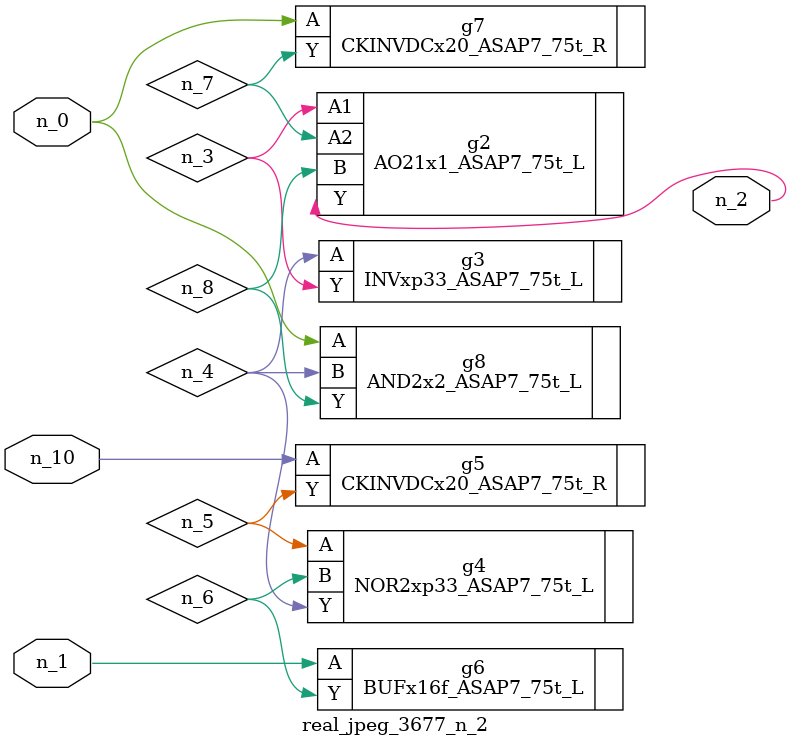
<source format=v>
module real_jpeg_3677_n_2 (n_1, n_10, n_0, n_2);

input n_1;
input n_10;
input n_0;

output n_2;

wire n_5;
wire n_4;
wire n_8;
wire n_6;
wire n_7;
wire n_3;

CKINVDCx20_ASAP7_75t_R g7 ( 
.A(n_0),
.Y(n_7)
);

AND2x2_ASAP7_75t_L g8 ( 
.A(n_0),
.B(n_4),
.Y(n_8)
);

BUFx16f_ASAP7_75t_L g6 ( 
.A(n_1),
.Y(n_6)
);

AO21x1_ASAP7_75t_L g2 ( 
.A1(n_3),
.A2(n_7),
.B(n_8),
.Y(n_2)
);

INVxp33_ASAP7_75t_L g3 ( 
.A(n_4),
.Y(n_3)
);

NOR2xp33_ASAP7_75t_L g4 ( 
.A(n_5),
.B(n_6),
.Y(n_4)
);

CKINVDCx20_ASAP7_75t_R g5 ( 
.A(n_10),
.Y(n_5)
);


endmodule
</source>
